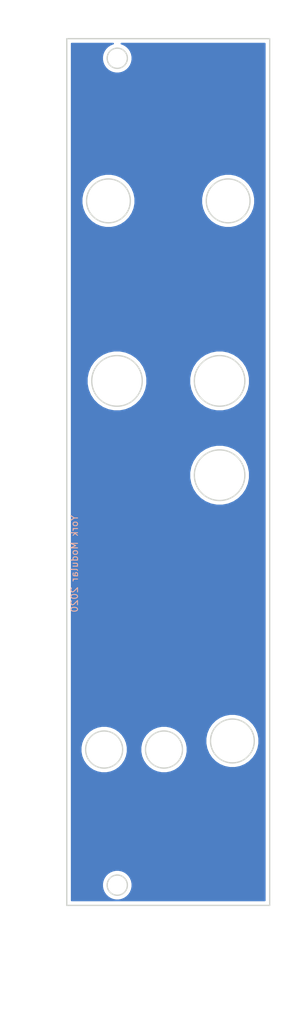
<source format=kicad_pcb>
(kicad_pcb (version 20171130) (host pcbnew 5.1.7-a382d34a8~87~ubuntu18.04.1)

  (general
    (thickness 1.6)
    (drawings 37)
    (tracks 0)
    (zones 0)
    (modules 0)
    (nets 1)
  )

  (page A4)
  (layers
    (0 F.Cu signal)
    (31 B.Cu signal)
    (32 B.Adhes user)
    (33 F.Adhes user)
    (34 B.Paste user)
    (35 F.Paste user)
    (36 B.SilkS user)
    (37 F.SilkS user)
    (38 B.Mask user)
    (39 F.Mask user)
    (40 Dwgs.User user)
    (41 Cmts.User user)
    (42 Eco1.User user)
    (43 Eco2.User user)
    (44 Edge.Cuts user)
    (45 Margin user)
    (46 B.CrtYd user)
    (47 F.CrtYd user)
    (48 B.Fab user)
    (49 F.Fab user)
  )

  (setup
    (last_trace_width 0.25)
    (trace_clearance 0.2)
    (zone_clearance 0.508)
    (zone_45_only no)
    (trace_min 0.2)
    (via_size 0.8)
    (via_drill 0.4)
    (via_min_size 0.4)
    (via_min_drill 0.3)
    (uvia_size 0.3)
    (uvia_drill 0.1)
    (uvias_allowed no)
    (uvia_min_size 0.2)
    (uvia_min_drill 0.1)
    (edge_width 0.05)
    (segment_width 0.2)
    (pcb_text_width 0.3)
    (pcb_text_size 1.5 1.5)
    (mod_edge_width 0.12)
    (mod_text_size 1 1)
    (mod_text_width 0.15)
    (pad_size 1.524 1.524)
    (pad_drill 0.762)
    (pad_to_mask_clearance 0.051)
    (solder_mask_min_width 0.25)
    (aux_axis_origin 0 0)
    (grid_origin 115.13732 152.93562)
    (visible_elements FFFFFF7F)
    (pcbplotparams
      (layerselection 0x010fc_ffffffff)
      (usegerberextensions true)
      (usegerberattributes false)
      (usegerberadvancedattributes false)
      (creategerberjobfile false)
      (excludeedgelayer true)
      (linewidth 0.100000)
      (plotframeref false)
      (viasonmask false)
      (mode 1)
      (useauxorigin false)
      (hpglpennumber 1)
      (hpglpenspeed 20)
      (hpglpendiameter 15.000000)
      (psnegative false)
      (psa4output false)
      (plotreference true)
      (plotvalue true)
      (plotinvisibletext false)
      (padsonsilk false)
      (subtractmaskfromsilk false)
      (outputformat 1)
      (mirror false)
      (drillshape 0)
      (scaleselection 1)
      (outputdirectory "gerbers"))
  )

  (net 0 "")

  (net_class Default "This is the default net class."
    (clearance 0.2)
    (trace_width 0.25)
    (via_dia 0.8)
    (via_drill 0.4)
    (uvia_dia 0.3)
    (uvia_drill 0.1)
  )

  (gr_text "York Modular 2020" (at 116.2812 102.3239 90) (layer B.SilkS)
    (effects (font (size 1 1) (thickness 0.15)) (justify mirror))
  )
  (gr_text "BAD TRIP VCO+VCF" (at 135.3439 27.3812) (layer F.Mask) (tstamp 5E6E752C)
    (effects (font (size 2.5 1.25) (thickness 0.3125)))
  )
  (gr_text "BAD TRIP VCO+VCF" (at 135.3439 27.3812) (layer F.Cu)
    (effects (font (size 2.5 1.25) (thickness 0.3125)))
  )
  (gr_text OUT (at 139.8524 137.2616) (layer F.Mask) (tstamp 5E6E74AC)
    (effects (font (size 2 2) (thickness 0.3)))
  )
  (gr_text Filter (at 129.5781 140.4493 90) (layer F.Mask) (tstamp 5E6E74A9)
    (effects (font (size 2 2) (thickness 0.3)))
  )
  (gr_text Form (at 120.5611 140.0048 90) (layer F.Mask) (tstamp 5E6E74A6)
    (effects (font (size 2 2) (thickness 0.3)))
  )
  (gr_text FBK (at 128.5748 89.1286 90) (layer F.Mask) (tstamp 5E6E7482)
    (effects (font (size 2 2) (thickness 0.3)))
  )
  (gr_text LVL (at 122.5423 66.5099) (layer F.Mask) (tstamp 5E6E7476)
    (effects (font (size 2 2) (thickness 0.3)))
  )
  (gr_text LVL (at 137.8839 66.4972) (layer F.Mask) (tstamp 5E6E7464)
    (effects (font (size 2 2) (thickness 0.3)))
  )
  (gr_text CV (at 139.0396 57.9247) (layer F.Mask) (tstamp 5E6E7438)
    (effects (font (size 2 2) (thickness 0.3)))
  )
  (gr_text CV (at 121.5009 57.9247) (layer F.Mask) (tstamp 5E6E7433)
    (effects (font (size 2 2) (thickness 0.3)))
  )
  (gr_text "VCF\n" (at 139.2809 40.1828) (layer F.Mask) (tstamp 5E6E73EF)
    (effects (font (size 2 2) (thickness 0.3)))
  )
  (gr_text VCO (at 121.5898 40.1828) (layer F.Mask) (tstamp 5E6E7407)
    (effects (font (size 2 2) (thickness 0.3)))
  )
  (gr_text OUT (at 139.8651 137.2616) (layer F.Cu) (tstamp 5E6E731F)
    (effects (font (size 2 2) (thickness 0.3)))
  )
  (gr_text Filter (at 129.5781 140.4493 90) (layer F.Cu) (tstamp 5E6E7319)
    (effects (font (size 2 2) (thickness 0.3)))
  )
  (gr_text Form (at 120.5611 140.0048 90) (layer F.Cu) (tstamp 5E6E7311)
    (effects (font (size 2 2) (thickness 0.3)))
  )
  (gr_text FBK (at 128.5748 89.1286 90) (layer F.Cu) (tstamp 5E6E7308)
    (effects (font (size 2 2) (thickness 0.3)))
  )
  (gr_text LVL (at 137.8839 66.5099) (layer F.Cu) (tstamp 5E6E7301)
    (effects (font (size 2 2) (thickness 0.3)))
  )
  (gr_text LVL (at 122.5423 66.5099) (layer F.Cu) (tstamp 5E6E72FC)
    (effects (font (size 2 2) (thickness 0.3)))
  )
  (gr_text CV (at 139.0396 57.9247) (layer F.Cu) (tstamp 5E6E739A)
    (effects (font (size 2 2) (thickness 0.3)))
  )
  (gr_text CV (at 121.5009 57.9247) (layer F.Cu) (tstamp 5E6E739D)
    (effects (font (size 2 2) (thickness 0.3)))
  )
  (gr_text "VCF\n" (at 139.2809 40.1828) (layer F.Cu) (tstamp 5E6E72EC)
    (effects (font (size 2 2) (thickness 0.3)))
  )
  (gr_text VCO (at 121.5898 40.1828) (layer F.Cu)
    (effects (font (size 2 2) (thickness 0.3)))
  )
  (gr_line (start 145.27732 24.53562) (end 145.27732 152.93562) (layer Edge.Cuts) (width 0.2))
  (gr_line (start 115.13732 24.53562) (end 145.27732 24.53562) (layer Edge.Cuts) (width 0.2))
  (gr_line (start 145.27732 152.93562) (end 115.13732 152.93562) (layer Edge.Cuts) (width 0.2))
  (gr_line (start 115.13732 152.93562) (end 115.13732 24.53562) (layer Edge.Cuts) (width 0.2))
  (gr_circle (center 137.83732 89.20562) (end 141.58732 89.20562) (layer Edge.Cuts) (width 0.2))
  (gr_circle (center 137.83732 75.23562) (end 141.58732 75.23562) (layer Edge.Cuts) (width 0.2))
  (gr_circle (center 122.59732 75.23562) (end 126.34732 75.23562) (layer Edge.Cuts) (width 0.2))
  (gr_circle (center 139.10732 48.56562) (end 142.35732 48.56562) (layer Edge.Cuts) (width 0.2))
  (gr_circle (center 121.32732 48.56562) (end 124.57732 48.56562) (layer Edge.Cuts) (width 0.2))
  (gr_circle (center 122.63732 149.93562) (end 124.13732 149.93562) (layer Edge.Cuts) (width 0.2))
  (gr_circle (center 122.63732 27.43562) (end 124.13732 27.43562) (layer Edge.Cuts) (width 0.2))
  (gr_circle (center 139.73732 128.57562) (end 142.98732 128.57562) (layer Edge.Cuts) (width 0.2))
  (gr_circle (center 129.57732 129.84562) (end 132.327319 129.84562) (layer Edge.Cuts) (width 0.2))
  (gr_circle (center 120.68732 129.84562) (end 123.43732 129.84562) (layer Edge.Cuts) (width 0.2))

  (zone (net 0) (net_name "") (layer B.Cu) (tstamp 6000504F) (hatch edge 0.508)
    (connect_pads (clearance 0.508))
    (min_thickness 0.254)
    (fill yes (arc_segments 32) (thermal_gap 0.508) (thermal_bridge_width 0.508))
    (polygon
      (pts
        (xy 147.955 170.4975) (xy 105.2195 163.6522) (xy 110.6932 21.2471) (xy 150.0886 18.8087)
      )
    )
    (filled_polygon
      (pts
        (xy 121.982728 25.27772) (xy 121.57432 25.446888) (xy 121.206763 25.692481) (xy 120.894181 26.005063) (xy 120.648588 26.37262)
        (xy 120.47942 26.781028) (xy 120.393178 27.214591) (xy 120.393178 27.656649) (xy 120.47942 28.090212) (xy 120.648588 28.49862)
        (xy 120.894181 28.866177) (xy 121.206763 29.178759) (xy 121.57432 29.424352) (xy 121.982728 29.59352) (xy 122.416291 29.679762)
        (xy 122.858349 29.679762) (xy 123.291912 29.59352) (xy 123.70032 29.424352) (xy 124.067877 29.178759) (xy 124.380459 28.866177)
        (xy 124.626052 28.49862) (xy 124.79522 28.090212) (xy 124.881462 27.656649) (xy 124.881462 27.214591) (xy 124.79522 26.781028)
        (xy 124.626052 26.37262) (xy 124.380459 26.005063) (xy 124.067877 25.692481) (xy 123.70032 25.446888) (xy 123.291912 25.27772)
        (xy 123.256218 25.27062) (xy 144.54232 25.27062) (xy 144.542321 152.20062) (xy 115.87232 152.20062) (xy 115.87232 149.714591)
        (xy 120.393178 149.714591) (xy 120.393178 150.156649) (xy 120.47942 150.590212) (xy 120.648588 150.99862) (xy 120.894181 151.366177)
        (xy 121.206763 151.678759) (xy 121.57432 151.924352) (xy 121.982728 152.09352) (xy 122.416291 152.179762) (xy 122.858349 152.179762)
        (xy 123.291912 152.09352) (xy 123.70032 151.924352) (xy 124.067877 151.678759) (xy 124.380459 151.366177) (xy 124.626052 150.99862)
        (xy 124.79522 150.590212) (xy 124.881462 150.156649) (xy 124.881462 149.714591) (xy 124.79522 149.281028) (xy 124.626052 148.87262)
        (xy 124.380459 148.505063) (xy 124.067877 148.192481) (xy 123.70032 147.946888) (xy 123.291912 147.77772) (xy 122.858349 147.691478)
        (xy 122.416291 147.691478) (xy 121.982728 147.77772) (xy 121.57432 147.946888) (xy 121.206763 148.192481) (xy 120.894181 148.505063)
        (xy 120.648588 148.87262) (xy 120.47942 149.281028) (xy 120.393178 149.714591) (xy 115.87232 149.714591) (xy 115.87232 129.50207)
        (xy 117.199198 129.50207) (xy 117.199198 130.18917) (xy 117.333244 130.863068) (xy 117.596186 131.497866) (xy 117.977918 132.069168)
        (xy 118.463772 132.555022) (xy 119.035074 132.936754) (xy 119.669872 133.199696) (xy 120.34377 133.333742) (xy 121.03087 133.333742)
        (xy 121.704768 133.199696) (xy 122.339566 132.936754) (xy 122.910868 132.555022) (xy 123.396722 132.069168) (xy 123.778454 131.497866)
        (xy 124.041396 130.863068) (xy 124.175442 130.18917) (xy 124.175442 129.50207) (xy 126.089199 129.50207) (xy 126.089199 130.18917)
        (xy 126.223245 130.863068) (xy 126.486187 131.497865) (xy 126.867919 132.069168) (xy 127.353772 132.555021) (xy 127.925075 132.936753)
        (xy 128.559872 133.199695) (xy 129.23377 133.333741) (xy 129.92087 133.333741) (xy 130.594768 133.199695) (xy 131.229565 132.936753)
        (xy 131.800868 132.555021) (xy 132.286721 132.069168) (xy 132.668453 131.497865) (xy 132.931395 130.863068) (xy 133.065441 130.18917)
        (xy 133.065441 129.50207) (xy 132.931395 128.828172) (xy 132.668453 128.193375) (xy 132.661562 128.183061) (xy 135.751605 128.183061)
        (xy 135.751605 128.968179) (xy 135.904774 129.73821) (xy 136.205225 130.463564) (xy 136.641413 131.116365) (xy 137.196575 131.671527)
        (xy 137.849376 132.107715) (xy 138.57473 132.408166) (xy 139.344761 132.561335) (xy 140.129879 132.561335) (xy 140.89991 132.408166)
        (xy 141.625264 132.107715) (xy 142.278065 131.671527) (xy 142.833227 131.116365) (xy 143.269415 130.463564) (xy 143.569866 129.73821)
        (xy 143.723035 128.968179) (xy 143.723035 128.183061) (xy 143.569866 127.41303) (xy 143.269415 126.687676) (xy 142.833227 126.034875)
        (xy 142.278065 125.479713) (xy 141.625264 125.043525) (xy 140.89991 124.743074) (xy 140.129879 124.589905) (xy 139.344761 124.589905)
        (xy 138.57473 124.743074) (xy 137.849376 125.043525) (xy 137.196575 125.479713) (xy 136.641413 126.034875) (xy 136.205225 126.687676)
        (xy 135.904774 127.41303) (xy 135.751605 128.183061) (xy 132.661562 128.183061) (xy 132.286721 127.622072) (xy 131.800868 127.136219)
        (xy 131.229565 126.754487) (xy 130.594768 126.491545) (xy 129.92087 126.357499) (xy 129.23377 126.357499) (xy 128.559872 126.491545)
        (xy 127.925075 126.754487) (xy 127.353772 127.136219) (xy 126.867919 127.622072) (xy 126.486187 128.193375) (xy 126.223245 128.828172)
        (xy 126.089199 129.50207) (xy 124.175442 129.50207) (xy 124.041396 128.828172) (xy 123.778454 128.193374) (xy 123.396722 127.622072)
        (xy 122.910868 127.136218) (xy 122.339566 126.754486) (xy 121.704768 126.491544) (xy 121.03087 126.357498) (xy 120.34377 126.357498)
        (xy 119.669872 126.491544) (xy 119.035074 126.754486) (xy 118.463772 127.136218) (xy 117.977918 127.622072) (xy 117.596186 128.193374)
        (xy 117.333244 128.828172) (xy 117.199198 129.50207) (xy 115.87232 129.50207) (xy 115.87232 88.764053) (xy 133.354013 88.764053)
        (xy 133.354013 89.647187) (xy 133.526304 90.513352) (xy 133.864265 91.329262) (xy 134.354908 92.063562) (xy 134.979378 92.688032)
        (xy 135.713678 93.178675) (xy 136.529588 93.516636) (xy 137.395753 93.688927) (xy 138.278887 93.688927) (xy 139.145052 93.516636)
        (xy 139.960962 93.178675) (xy 140.695262 92.688032) (xy 141.319732 92.063562) (xy 141.810375 91.329262) (xy 142.148336 90.513352)
        (xy 142.320627 89.647187) (xy 142.320627 88.764053) (xy 142.148336 87.897888) (xy 141.810375 87.081978) (xy 141.319732 86.347678)
        (xy 140.695262 85.723208) (xy 139.960962 85.232565) (xy 139.145052 84.894604) (xy 138.278887 84.722313) (xy 137.395753 84.722313)
        (xy 136.529588 84.894604) (xy 135.713678 85.232565) (xy 134.979378 85.723208) (xy 134.354908 86.347678) (xy 133.864265 87.081978)
        (xy 133.526304 87.897888) (xy 133.354013 88.764053) (xy 115.87232 88.764053) (xy 115.87232 74.794053) (xy 118.114013 74.794053)
        (xy 118.114013 75.677187) (xy 118.286304 76.543352) (xy 118.624265 77.359262) (xy 119.114908 78.093562) (xy 119.739378 78.718032)
        (xy 120.473678 79.208675) (xy 121.289588 79.546636) (xy 122.155753 79.718927) (xy 123.038887 79.718927) (xy 123.905052 79.546636)
        (xy 124.720962 79.208675) (xy 125.455262 78.718032) (xy 126.079732 78.093562) (xy 126.570375 77.359262) (xy 126.908336 76.543352)
        (xy 127.080627 75.677187) (xy 127.080627 74.794053) (xy 133.354013 74.794053) (xy 133.354013 75.677187) (xy 133.526304 76.543352)
        (xy 133.864265 77.359262) (xy 134.354908 78.093562) (xy 134.979378 78.718032) (xy 135.713678 79.208675) (xy 136.529588 79.546636)
        (xy 137.395753 79.718927) (xy 138.278887 79.718927) (xy 139.145052 79.546636) (xy 139.960962 79.208675) (xy 140.695262 78.718032)
        (xy 141.319732 78.093562) (xy 141.810375 77.359262) (xy 142.148336 76.543352) (xy 142.320627 75.677187) (xy 142.320627 74.794053)
        (xy 142.148336 73.927888) (xy 141.810375 73.111978) (xy 141.319732 72.377678) (xy 140.695262 71.753208) (xy 139.960962 71.262565)
        (xy 139.145052 70.924604) (xy 138.278887 70.752313) (xy 137.395753 70.752313) (xy 136.529588 70.924604) (xy 135.713678 71.262565)
        (xy 134.979378 71.753208) (xy 134.354908 72.377678) (xy 133.864265 73.111978) (xy 133.526304 73.927888) (xy 133.354013 74.794053)
        (xy 127.080627 74.794053) (xy 126.908336 73.927888) (xy 126.570375 73.111978) (xy 126.079732 72.377678) (xy 125.455262 71.753208)
        (xy 124.720962 71.262565) (xy 123.905052 70.924604) (xy 123.038887 70.752313) (xy 122.155753 70.752313) (xy 121.289588 70.924604)
        (xy 120.473678 71.262565) (xy 119.739378 71.753208) (xy 119.114908 72.377678) (xy 118.624265 73.111978) (xy 118.286304 73.927888)
        (xy 118.114013 74.794053) (xy 115.87232 74.794053) (xy 115.87232 48.173061) (xy 117.341605 48.173061) (xy 117.341605 48.958179)
        (xy 117.494774 49.72821) (xy 117.795225 50.453564) (xy 118.231413 51.106365) (xy 118.786575 51.661527) (xy 119.439376 52.097715)
        (xy 120.16473 52.398166) (xy 120.934761 52.551335) (xy 121.719879 52.551335) (xy 122.48991 52.398166) (xy 123.215264 52.097715)
        (xy 123.868065 51.661527) (xy 124.423227 51.106365) (xy 124.859415 50.453564) (xy 125.159866 49.72821) (xy 125.313035 48.958179)
        (xy 125.313035 48.173061) (xy 135.121605 48.173061) (xy 135.121605 48.958179) (xy 135.274774 49.72821) (xy 135.575225 50.453564)
        (xy 136.011413 51.106365) (xy 136.566575 51.661527) (xy 137.219376 52.097715) (xy 137.94473 52.398166) (xy 138.714761 52.551335)
        (xy 139.499879 52.551335) (xy 140.26991 52.398166) (xy 140.995264 52.097715) (xy 141.648065 51.661527) (xy 142.203227 51.106365)
        (xy 142.639415 50.453564) (xy 142.939866 49.72821) (xy 143.093035 48.958179) (xy 143.093035 48.173061) (xy 142.939866 47.40303)
        (xy 142.639415 46.677676) (xy 142.203227 46.024875) (xy 141.648065 45.469713) (xy 140.995264 45.033525) (xy 140.26991 44.733074)
        (xy 139.499879 44.579905) (xy 138.714761 44.579905) (xy 137.94473 44.733074) (xy 137.219376 45.033525) (xy 136.566575 45.469713)
        (xy 136.011413 46.024875) (xy 135.575225 46.677676) (xy 135.274774 47.40303) (xy 135.121605 48.173061) (xy 125.313035 48.173061)
        (xy 125.159866 47.40303) (xy 124.859415 46.677676) (xy 124.423227 46.024875) (xy 123.868065 45.469713) (xy 123.215264 45.033525)
        (xy 122.48991 44.733074) (xy 121.719879 44.579905) (xy 120.934761 44.579905) (xy 120.16473 44.733074) (xy 119.439376 45.033525)
        (xy 118.786575 45.469713) (xy 118.231413 46.024875) (xy 117.795225 46.677676) (xy 117.494774 47.40303) (xy 117.341605 48.173061)
        (xy 115.87232 48.173061) (xy 115.87232 25.27062) (xy 122.018422 25.27062)
      )
    )
  )
)

</source>
